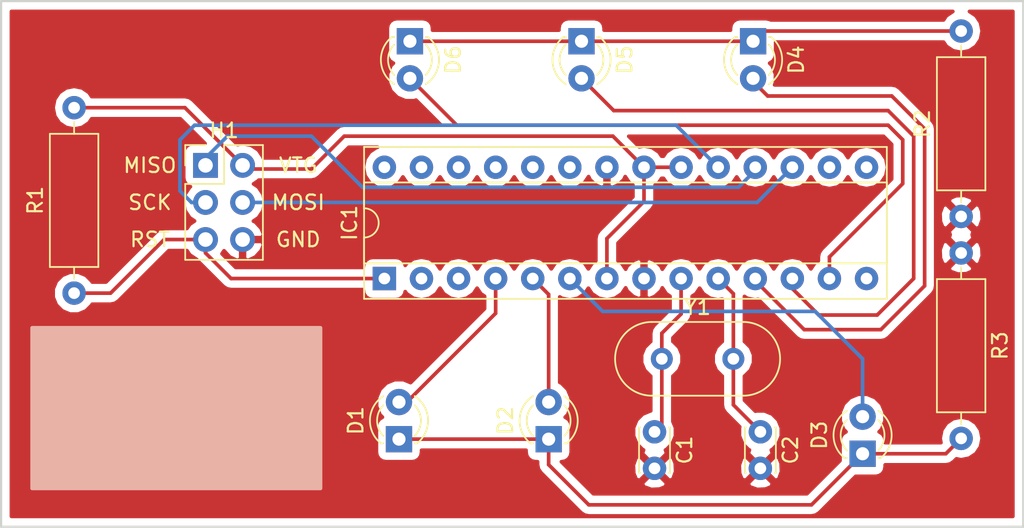
<source format=kicad_pcb>
(kicad_pcb (version 4) (host pcbnew 4.0.6)

  (general
    (links 31)
    (no_connects 1)
    (area 97.174999 65.424999 167.325001 101.575001)
    (thickness 1.6)
    (drawings 6)
    (tracks 84)
    (zones 0)
    (modules 14)
    (nets 28)
  )

  (page A4)
  (layers
    (0 F.Cu signal)
    (31 B.Cu signal)
    (32 B.Adhes user)
    (33 F.Adhes user)
    (34 B.Paste user)
    (35 F.Paste user)
    (36 B.SilkS user)
    (37 F.SilkS user)
    (38 B.Mask user)
    (39 F.Mask user)
    (40 Dwgs.User user)
    (41 Cmts.User user)
    (42 Eco1.User user)
    (43 Eco2.User user)
    (44 Edge.Cuts user)
    (45 Margin user)
    (46 B.CrtYd user)
    (47 F.CrtYd user)
    (48 B.Fab user)
    (49 F.Fab user)
  )

  (setup
    (last_trace_width 0.25)
    (trace_clearance 0.2)
    (zone_clearance 0.508)
    (zone_45_only no)
    (trace_min 0.2)
    (segment_width 0.2)
    (edge_width 0.15)
    (via_size 0.6)
    (via_drill 0.4)
    (via_min_size 0.4)
    (via_min_drill 0.3)
    (uvia_size 0.3)
    (uvia_drill 0.1)
    (uvias_allowed no)
    (uvia_min_size 0.2)
    (uvia_min_drill 0.1)
    (pcb_text_width 0.3)
    (pcb_text_size 1.5 1.5)
    (mod_edge_width 0.15)
    (mod_text_size 1 1)
    (mod_text_width 0.15)
    (pad_size 1.524 1.524)
    (pad_drill 0.762)
    (pad_to_mask_clearance 0.2)
    (aux_axis_origin 0 0)
    (visible_elements FFFFF77F)
    (pcbplotparams
      (layerselection 0x00030_80000001)
      (usegerberextensions false)
      (excludeedgelayer true)
      (linewidth 0.100000)
      (plotframeref false)
      (viasonmask false)
      (mode 1)
      (useauxorigin false)
      (hpglpennumber 1)
      (hpglpenspeed 20)
      (hpglpendiameter 15)
      (hpglpenoverlay 2)
      (psnegative false)
      (psa4output false)
      (plotreference true)
      (plotvalue true)
      (plotinvisibletext false)
      (padsonsilk false)
      (subtractmaskfromsilk false)
      (outputformat 1)
      (mirror false)
      (drillshape 1)
      (scaleselection 1)
      (outputdirectory ""))
  )

  (net 0 "")
  (net 1 "Net-(C1-Pad1)")
  (net 2 GND)
  (net 3 "Net-(C2-Pad1)")
  (net 4 "Net-(D1-Pad1)")
  (net 5 "Net-(D1-Pad2)")
  (net 6 "Net-(D2-Pad2)")
  (net 7 "Net-(D3-Pad2)")
  (net 8 "Net-(D4-Pad1)")
  (net 9 "Net-(D4-Pad2)")
  (net 10 "Net-(D5-Pad2)")
  (net 11 "Net-(D6-Pad2)")
  (net 12 "Net-(H1-Pad1)")
  (net 13 +5V)
  (net 14 "Net-(H1-Pad2)")
  (net 15 "Net-(H1-Pad5)")
  (net 16 "Net-(H1-Pad3)")
  (net 17 "Net-(IC1-Pad15)")
  (net 18 "Net-(IC1-Pad2)")
  (net 19 "Net-(IC1-Pad16)")
  (net 20 "Net-(IC1-Pad3)")
  (net 21 "Net-(IC1-Pad23)")
  (net 22 "Net-(IC1-Pad24)")
  (net 23 "Net-(IC1-Pad25)")
  (net 24 "Net-(IC1-Pad26)")
  (net 25 "Net-(IC1-Pad27)")
  (net 26 "Net-(IC1-Pad14)")
  (net 27 "Net-(IC1-Pad28)")

  (net_class Default "This is the default net class."
    (clearance 0.2)
    (trace_width 0.25)
    (via_dia 0.6)
    (via_drill 0.4)
    (uvia_dia 0.3)
    (uvia_drill 0.1)
    (add_net +5V)
    (add_net GND)
    (add_net "Net-(C1-Pad1)")
    (add_net "Net-(C2-Pad1)")
    (add_net "Net-(D1-Pad1)")
    (add_net "Net-(D1-Pad2)")
    (add_net "Net-(D2-Pad2)")
    (add_net "Net-(D3-Pad2)")
    (add_net "Net-(D4-Pad1)")
    (add_net "Net-(D4-Pad2)")
    (add_net "Net-(D5-Pad2)")
    (add_net "Net-(D6-Pad2)")
    (add_net "Net-(H1-Pad1)")
    (add_net "Net-(H1-Pad2)")
    (add_net "Net-(H1-Pad3)")
    (add_net "Net-(H1-Pad5)")
    (add_net "Net-(IC1-Pad14)")
    (add_net "Net-(IC1-Pad15)")
    (add_net "Net-(IC1-Pad16)")
    (add_net "Net-(IC1-Pad2)")
    (add_net "Net-(IC1-Pad23)")
    (add_net "Net-(IC1-Pad24)")
    (add_net "Net-(IC1-Pad25)")
    (add_net "Net-(IC1-Pad26)")
    (add_net "Net-(IC1-Pad27)")
    (add_net "Net-(IC1-Pad28)")
    (add_net "Net-(IC1-Pad3)")
  )

  (module Capacitors_ThroughHole:C_Disc_D3.0mm_W2.0mm_P2.50mm (layer F.Cu) (tedit 58765D06) (tstamp 58C19F87)
    (at 142 95 270)
    (descr "C, Disc series, Radial, pin pitch=2.50mm, , diameter*width=3*2mm^2, Capacitor")
    (tags "C Disc series Radial pin pitch 2.50mm  diameter 3mm width 2mm Capacitor")
    (path /58C19DAE)
    (fp_text reference C1 (at 1.25 -2.06 270) (layer F.SilkS)
      (effects (font (size 1 1) (thickness 0.15)))
    )
    (fp_text value "22 pF" (at 1.25 2.06 270) (layer F.Fab)
      (effects (font (size 1 1) (thickness 0.15)))
    )
    (fp_line (start -0.25 -1) (end -0.25 1) (layer F.Fab) (width 0.1))
    (fp_line (start -0.25 1) (end 2.75 1) (layer F.Fab) (width 0.1))
    (fp_line (start 2.75 1) (end 2.75 -1) (layer F.Fab) (width 0.1))
    (fp_line (start 2.75 -1) (end -0.25 -1) (layer F.Fab) (width 0.1))
    (fp_line (start -0.31 -1.06) (end 2.81 -1.06) (layer F.SilkS) (width 0.12))
    (fp_line (start -0.31 1.06) (end 2.81 1.06) (layer F.SilkS) (width 0.12))
    (fp_line (start -0.31 -1.06) (end -0.31 -0.996) (layer F.SilkS) (width 0.12))
    (fp_line (start -0.31 0.996) (end -0.31 1.06) (layer F.SilkS) (width 0.12))
    (fp_line (start 2.81 -1.06) (end 2.81 -0.996) (layer F.SilkS) (width 0.12))
    (fp_line (start 2.81 0.996) (end 2.81 1.06) (layer F.SilkS) (width 0.12))
    (fp_line (start -1.05 -1.35) (end -1.05 1.35) (layer F.CrtYd) (width 0.05))
    (fp_line (start -1.05 1.35) (end 3.55 1.35) (layer F.CrtYd) (width 0.05))
    (fp_line (start 3.55 1.35) (end 3.55 -1.35) (layer F.CrtYd) (width 0.05))
    (fp_line (start 3.55 -1.35) (end -1.05 -1.35) (layer F.CrtYd) (width 0.05))
    (pad 1 thru_hole circle (at 0 0 270) (size 1.6 1.6) (drill 0.8) (layers *.Cu *.Mask)
      (net 1 "Net-(C1-Pad1)"))
    (pad 2 thru_hole circle (at 2.5 0 270) (size 1.6 1.6) (drill 0.8) (layers *.Cu *.Mask)
      (net 2 GND))
    (model Capacitors_THT.3dshapes/C_Disc_D3.0mm_W2.0mm_P2.50mm.wrl
      (at (xyz 0 0 0))
      (scale (xyz 0.393701 0.393701 0.393701))
      (rotate (xyz 0 0 0))
    )
  )

  (module Capacitors_ThroughHole:C_Disc_D3.0mm_W2.0mm_P2.50mm (layer F.Cu) (tedit 58765D06) (tstamp 58C19F8D)
    (at 149.25 95 270)
    (descr "C, Disc series, Radial, pin pitch=2.50mm, , diameter*width=3*2mm^2, Capacitor")
    (tags "C Disc series Radial pin pitch 2.50mm  diameter 3mm width 2mm Capacitor")
    (path /58C19E00)
    (fp_text reference C2 (at 1.25 -2.06 270) (layer F.SilkS)
      (effects (font (size 1 1) (thickness 0.15)))
    )
    (fp_text value "22 pF" (at 1.25 2.06 270) (layer F.Fab)
      (effects (font (size 1 1) (thickness 0.15)))
    )
    (fp_line (start -0.25 -1) (end -0.25 1) (layer F.Fab) (width 0.1))
    (fp_line (start -0.25 1) (end 2.75 1) (layer F.Fab) (width 0.1))
    (fp_line (start 2.75 1) (end 2.75 -1) (layer F.Fab) (width 0.1))
    (fp_line (start 2.75 -1) (end -0.25 -1) (layer F.Fab) (width 0.1))
    (fp_line (start -0.31 -1.06) (end 2.81 -1.06) (layer F.SilkS) (width 0.12))
    (fp_line (start -0.31 1.06) (end 2.81 1.06) (layer F.SilkS) (width 0.12))
    (fp_line (start -0.31 -1.06) (end -0.31 -0.996) (layer F.SilkS) (width 0.12))
    (fp_line (start -0.31 0.996) (end -0.31 1.06) (layer F.SilkS) (width 0.12))
    (fp_line (start 2.81 -1.06) (end 2.81 -0.996) (layer F.SilkS) (width 0.12))
    (fp_line (start 2.81 0.996) (end 2.81 1.06) (layer F.SilkS) (width 0.12))
    (fp_line (start -1.05 -1.35) (end -1.05 1.35) (layer F.CrtYd) (width 0.05))
    (fp_line (start -1.05 1.35) (end 3.55 1.35) (layer F.CrtYd) (width 0.05))
    (fp_line (start 3.55 1.35) (end 3.55 -1.35) (layer F.CrtYd) (width 0.05))
    (fp_line (start 3.55 -1.35) (end -1.05 -1.35) (layer F.CrtYd) (width 0.05))
    (pad 1 thru_hole circle (at 0 0 270) (size 1.6 1.6) (drill 0.8) (layers *.Cu *.Mask)
      (net 3 "Net-(C2-Pad1)"))
    (pad 2 thru_hole circle (at 2.5 0 270) (size 1.6 1.6) (drill 0.8) (layers *.Cu *.Mask)
      (net 2 GND))
    (model Capacitors_THT.3dshapes/C_Disc_D3.0mm_W2.0mm_P2.50mm.wrl
      (at (xyz 0 0 0))
      (scale (xyz 0.393701 0.393701 0.393701))
      (rotate (xyz 0 0 0))
    )
  )

  (module LEDs:LED_D3.0mm (layer F.Cu) (tedit 587A3A7B) (tstamp 58C19FA0)
    (at 124.5 95.5 90)
    (descr "LED, diameter 3.0mm, 2 pins")
    (tags "LED diameter 3.0mm 2 pins")
    (path /58C1ABD2)
    (fp_text reference D1 (at 1.27 -2.96 90) (layer F.SilkS)
      (effects (font (size 1 1) (thickness 0.15)))
    )
    (fp_text value LED (at 1.27 2.96 90) (layer F.Fab)
      (effects (font (size 1 1) (thickness 0.15)))
    )
    (fp_arc (start 1.27 0) (end -0.23 -1.16619) (angle 284.3) (layer F.Fab) (width 0.1))
    (fp_arc (start 1.27 0) (end -0.29 -1.235516) (angle 108.8) (layer F.SilkS) (width 0.12))
    (fp_arc (start 1.27 0) (end -0.29 1.235516) (angle -108.8) (layer F.SilkS) (width 0.12))
    (fp_arc (start 1.27 0) (end 0.229039 -1.08) (angle 87.9) (layer F.SilkS) (width 0.12))
    (fp_arc (start 1.27 0) (end 0.229039 1.08) (angle -87.9) (layer F.SilkS) (width 0.12))
    (fp_circle (center 1.27 0) (end 2.77 0) (layer F.Fab) (width 0.1))
    (fp_line (start -0.23 -1.16619) (end -0.23 1.16619) (layer F.Fab) (width 0.1))
    (fp_line (start -0.29 -1.236) (end -0.29 -1.08) (layer F.SilkS) (width 0.12))
    (fp_line (start -0.29 1.08) (end -0.29 1.236) (layer F.SilkS) (width 0.12))
    (fp_line (start -1.15 -2.25) (end -1.15 2.25) (layer F.CrtYd) (width 0.05))
    (fp_line (start -1.15 2.25) (end 3.7 2.25) (layer F.CrtYd) (width 0.05))
    (fp_line (start 3.7 2.25) (end 3.7 -2.25) (layer F.CrtYd) (width 0.05))
    (fp_line (start 3.7 -2.25) (end -1.15 -2.25) (layer F.CrtYd) (width 0.05))
    (pad 1 thru_hole rect (at 0 0 90) (size 1.8 1.8) (drill 0.9) (layers *.Cu *.Mask)
      (net 4 "Net-(D1-Pad1)"))
    (pad 2 thru_hole circle (at 2.54 0 90) (size 1.8 1.8) (drill 0.9) (layers *.Cu *.Mask)
      (net 5 "Net-(D1-Pad2)"))
    (model LEDs.3dshapes/LED_D3.0mm.wrl
      (at (xyz 0 0 0))
      (scale (xyz 0.393701 0.393701 0.393701))
      (rotate (xyz 0 0 0))
    )
  )

  (module LEDs:LED_D3.0mm (layer F.Cu) (tedit 587A3A7B) (tstamp 58C19FB3)
    (at 134.75 95.5 90)
    (descr "LED, diameter 3.0mm, 2 pins")
    (tags "LED diameter 3.0mm 2 pins")
    (path /58C1AC79)
    (fp_text reference D2 (at 1.27 -2.96 90) (layer F.SilkS)
      (effects (font (size 1 1) (thickness 0.15)))
    )
    (fp_text value LED (at 1.27 2.96 90) (layer F.Fab)
      (effects (font (size 1 1) (thickness 0.15)))
    )
    (fp_arc (start 1.27 0) (end -0.23 -1.16619) (angle 284.3) (layer F.Fab) (width 0.1))
    (fp_arc (start 1.27 0) (end -0.29 -1.235516) (angle 108.8) (layer F.SilkS) (width 0.12))
    (fp_arc (start 1.27 0) (end -0.29 1.235516) (angle -108.8) (layer F.SilkS) (width 0.12))
    (fp_arc (start 1.27 0) (end 0.229039 -1.08) (angle 87.9) (layer F.SilkS) (width 0.12))
    (fp_arc (start 1.27 0) (end 0.229039 1.08) (angle -87.9) (layer F.SilkS) (width 0.12))
    (fp_circle (center 1.27 0) (end 2.77 0) (layer F.Fab) (width 0.1))
    (fp_line (start -0.23 -1.16619) (end -0.23 1.16619) (layer F.Fab) (width 0.1))
    (fp_line (start -0.29 -1.236) (end -0.29 -1.08) (layer F.SilkS) (width 0.12))
    (fp_line (start -0.29 1.08) (end -0.29 1.236) (layer F.SilkS) (width 0.12))
    (fp_line (start -1.15 -2.25) (end -1.15 2.25) (layer F.CrtYd) (width 0.05))
    (fp_line (start -1.15 2.25) (end 3.7 2.25) (layer F.CrtYd) (width 0.05))
    (fp_line (start 3.7 2.25) (end 3.7 -2.25) (layer F.CrtYd) (width 0.05))
    (fp_line (start 3.7 -2.25) (end -1.15 -2.25) (layer F.CrtYd) (width 0.05))
    (pad 1 thru_hole rect (at 0 0 90) (size 1.8 1.8) (drill 0.9) (layers *.Cu *.Mask)
      (net 4 "Net-(D1-Pad1)"))
    (pad 2 thru_hole circle (at 2.54 0 90) (size 1.8 1.8) (drill 0.9) (layers *.Cu *.Mask)
      (net 6 "Net-(D2-Pad2)"))
    (model LEDs.3dshapes/LED_D3.0mm.wrl
      (at (xyz 0 0 0))
      (scale (xyz 0.393701 0.393701 0.393701))
      (rotate (xyz 0 0 0))
    )
  )

  (module LEDs:LED_D3.0mm (layer F.Cu) (tedit 587A3A7B) (tstamp 58C19FC6)
    (at 156.25 96.5 90)
    (descr "LED, diameter 3.0mm, 2 pins")
    (tags "LED diameter 3.0mm 2 pins")
    (path /58C1ACB5)
    (fp_text reference D3 (at 1.27 -2.96 90) (layer F.SilkS)
      (effects (font (size 1 1) (thickness 0.15)))
    )
    (fp_text value LED (at 1.27 2.96 90) (layer F.Fab)
      (effects (font (size 1 1) (thickness 0.15)))
    )
    (fp_arc (start 1.27 0) (end -0.23 -1.16619) (angle 284.3) (layer F.Fab) (width 0.1))
    (fp_arc (start 1.27 0) (end -0.29 -1.235516) (angle 108.8) (layer F.SilkS) (width 0.12))
    (fp_arc (start 1.27 0) (end -0.29 1.235516) (angle -108.8) (layer F.SilkS) (width 0.12))
    (fp_arc (start 1.27 0) (end 0.229039 -1.08) (angle 87.9) (layer F.SilkS) (width 0.12))
    (fp_arc (start 1.27 0) (end 0.229039 1.08) (angle -87.9) (layer F.SilkS) (width 0.12))
    (fp_circle (center 1.27 0) (end 2.77 0) (layer F.Fab) (width 0.1))
    (fp_line (start -0.23 -1.16619) (end -0.23 1.16619) (layer F.Fab) (width 0.1))
    (fp_line (start -0.29 -1.236) (end -0.29 -1.08) (layer F.SilkS) (width 0.12))
    (fp_line (start -0.29 1.08) (end -0.29 1.236) (layer F.SilkS) (width 0.12))
    (fp_line (start -1.15 -2.25) (end -1.15 2.25) (layer F.CrtYd) (width 0.05))
    (fp_line (start -1.15 2.25) (end 3.7 2.25) (layer F.CrtYd) (width 0.05))
    (fp_line (start 3.7 2.25) (end 3.7 -2.25) (layer F.CrtYd) (width 0.05))
    (fp_line (start 3.7 -2.25) (end -1.15 -2.25) (layer F.CrtYd) (width 0.05))
    (pad 1 thru_hole rect (at 0 0 90) (size 1.8 1.8) (drill 0.9) (layers *.Cu *.Mask)
      (net 4 "Net-(D1-Pad1)"))
    (pad 2 thru_hole circle (at 2.54 0 90) (size 1.8 1.8) (drill 0.9) (layers *.Cu *.Mask)
      (net 7 "Net-(D3-Pad2)"))
    (model LEDs.3dshapes/LED_D3.0mm.wrl
      (at (xyz 0 0 0))
      (scale (xyz 0.393701 0.393701 0.393701))
      (rotate (xyz 0 0 0))
    )
  )

  (module LEDs:LED_D3.0mm (layer F.Cu) (tedit 587A3A7B) (tstamp 58C19FD9)
    (at 148.75 68.25 270)
    (descr "LED, diameter 3.0mm, 2 pins")
    (tags "LED diameter 3.0mm 2 pins")
    (path /58C1B0B2)
    (fp_text reference D4 (at 1.27 -2.96 270) (layer F.SilkS)
      (effects (font (size 1 1) (thickness 0.15)))
    )
    (fp_text value LED (at 1.27 2.96 270) (layer F.Fab)
      (effects (font (size 1 1) (thickness 0.15)))
    )
    (fp_arc (start 1.27 0) (end -0.23 -1.16619) (angle 284.3) (layer F.Fab) (width 0.1))
    (fp_arc (start 1.27 0) (end -0.29 -1.235516) (angle 108.8) (layer F.SilkS) (width 0.12))
    (fp_arc (start 1.27 0) (end -0.29 1.235516) (angle -108.8) (layer F.SilkS) (width 0.12))
    (fp_arc (start 1.27 0) (end 0.229039 -1.08) (angle 87.9) (layer F.SilkS) (width 0.12))
    (fp_arc (start 1.27 0) (end 0.229039 1.08) (angle -87.9) (layer F.SilkS) (width 0.12))
    (fp_circle (center 1.27 0) (end 2.77 0) (layer F.Fab) (width 0.1))
    (fp_line (start -0.23 -1.16619) (end -0.23 1.16619) (layer F.Fab) (width 0.1))
    (fp_line (start -0.29 -1.236) (end -0.29 -1.08) (layer F.SilkS) (width 0.12))
    (fp_line (start -0.29 1.08) (end -0.29 1.236) (layer F.SilkS) (width 0.12))
    (fp_line (start -1.15 -2.25) (end -1.15 2.25) (layer F.CrtYd) (width 0.05))
    (fp_line (start -1.15 2.25) (end 3.7 2.25) (layer F.CrtYd) (width 0.05))
    (fp_line (start 3.7 2.25) (end 3.7 -2.25) (layer F.CrtYd) (width 0.05))
    (fp_line (start 3.7 -2.25) (end -1.15 -2.25) (layer F.CrtYd) (width 0.05))
    (pad 1 thru_hole rect (at 0 0 270) (size 1.8 1.8) (drill 0.9) (layers *.Cu *.Mask)
      (net 8 "Net-(D4-Pad1)"))
    (pad 2 thru_hole circle (at 2.54 0 270) (size 1.8 1.8) (drill 0.9) (layers *.Cu *.Mask)
      (net 9 "Net-(D4-Pad2)"))
    (model LEDs.3dshapes/LED_D3.0mm.wrl
      (at (xyz 0 0 0))
      (scale (xyz 0.393701 0.393701 0.393701))
      (rotate (xyz 0 0 0))
    )
  )

  (module LEDs:LED_D3.0mm (layer F.Cu) (tedit 587A3A7B) (tstamp 58C19FEC)
    (at 137 68.25 270)
    (descr "LED, diameter 3.0mm, 2 pins")
    (tags "LED diameter 3.0mm 2 pins")
    (path /58C1B0B8)
    (fp_text reference D5 (at 1.27 -2.96 270) (layer F.SilkS)
      (effects (font (size 1 1) (thickness 0.15)))
    )
    (fp_text value LED (at 1.27 2.96 270) (layer F.Fab)
      (effects (font (size 1 1) (thickness 0.15)))
    )
    (fp_arc (start 1.27 0) (end -0.23 -1.16619) (angle 284.3) (layer F.Fab) (width 0.1))
    (fp_arc (start 1.27 0) (end -0.29 -1.235516) (angle 108.8) (layer F.SilkS) (width 0.12))
    (fp_arc (start 1.27 0) (end -0.29 1.235516) (angle -108.8) (layer F.SilkS) (width 0.12))
    (fp_arc (start 1.27 0) (end 0.229039 -1.08) (angle 87.9) (layer F.SilkS) (width 0.12))
    (fp_arc (start 1.27 0) (end 0.229039 1.08) (angle -87.9) (layer F.SilkS) (width 0.12))
    (fp_circle (center 1.27 0) (end 2.77 0) (layer F.Fab) (width 0.1))
    (fp_line (start -0.23 -1.16619) (end -0.23 1.16619) (layer F.Fab) (width 0.1))
    (fp_line (start -0.29 -1.236) (end -0.29 -1.08) (layer F.SilkS) (width 0.12))
    (fp_line (start -0.29 1.08) (end -0.29 1.236) (layer F.SilkS) (width 0.12))
    (fp_line (start -1.15 -2.25) (end -1.15 2.25) (layer F.CrtYd) (width 0.05))
    (fp_line (start -1.15 2.25) (end 3.7 2.25) (layer F.CrtYd) (width 0.05))
    (fp_line (start 3.7 2.25) (end 3.7 -2.25) (layer F.CrtYd) (width 0.05))
    (fp_line (start 3.7 -2.25) (end -1.15 -2.25) (layer F.CrtYd) (width 0.05))
    (pad 1 thru_hole rect (at 0 0 270) (size 1.8 1.8) (drill 0.9) (layers *.Cu *.Mask)
      (net 8 "Net-(D4-Pad1)"))
    (pad 2 thru_hole circle (at 2.54 0 270) (size 1.8 1.8) (drill 0.9) (layers *.Cu *.Mask)
      (net 10 "Net-(D5-Pad2)"))
    (model LEDs.3dshapes/LED_D3.0mm.wrl
      (at (xyz 0 0 0))
      (scale (xyz 0.393701 0.393701 0.393701))
      (rotate (xyz 0 0 0))
    )
  )

  (module LEDs:LED_D3.0mm (layer F.Cu) (tedit 587A3A7B) (tstamp 58C19FFF)
    (at 125.25 68.25 270)
    (descr "LED, diameter 3.0mm, 2 pins")
    (tags "LED diameter 3.0mm 2 pins")
    (path /58C1B0BE)
    (fp_text reference D6 (at 1.27 -2.96 270) (layer F.SilkS)
      (effects (font (size 1 1) (thickness 0.15)))
    )
    (fp_text value LED (at 1.27 2.96 270) (layer F.Fab)
      (effects (font (size 1 1) (thickness 0.15)))
    )
    (fp_arc (start 1.27 0) (end -0.23 -1.16619) (angle 284.3) (layer F.Fab) (width 0.1))
    (fp_arc (start 1.27 0) (end -0.29 -1.235516) (angle 108.8) (layer F.SilkS) (width 0.12))
    (fp_arc (start 1.27 0) (end -0.29 1.235516) (angle -108.8) (layer F.SilkS) (width 0.12))
    (fp_arc (start 1.27 0) (end 0.229039 -1.08) (angle 87.9) (layer F.SilkS) (width 0.12))
    (fp_arc (start 1.27 0) (end 0.229039 1.08) (angle -87.9) (layer F.SilkS) (width 0.12))
    (fp_circle (center 1.27 0) (end 2.77 0) (layer F.Fab) (width 0.1))
    (fp_line (start -0.23 -1.16619) (end -0.23 1.16619) (layer F.Fab) (width 0.1))
    (fp_line (start -0.29 -1.236) (end -0.29 -1.08) (layer F.SilkS) (width 0.12))
    (fp_line (start -0.29 1.08) (end -0.29 1.236) (layer F.SilkS) (width 0.12))
    (fp_line (start -1.15 -2.25) (end -1.15 2.25) (layer F.CrtYd) (width 0.05))
    (fp_line (start -1.15 2.25) (end 3.7 2.25) (layer F.CrtYd) (width 0.05))
    (fp_line (start 3.7 2.25) (end 3.7 -2.25) (layer F.CrtYd) (width 0.05))
    (fp_line (start 3.7 -2.25) (end -1.15 -2.25) (layer F.CrtYd) (width 0.05))
    (pad 1 thru_hole rect (at 0 0 270) (size 1.8 1.8) (drill 0.9) (layers *.Cu *.Mask)
      (net 8 "Net-(D4-Pad1)"))
    (pad 2 thru_hole circle (at 2.54 0 270) (size 1.8 1.8) (drill 0.9) (layers *.Cu *.Mask)
      (net 11 "Net-(D6-Pad2)"))
    (model LEDs.3dshapes/LED_D3.0mm.wrl
      (at (xyz 0 0 0))
      (scale (xyz 0.393701 0.393701 0.393701))
      (rotate (xyz 0 0 0))
    )
  )

  (module ISP6PIN:ISP6PIN (layer F.Cu) (tedit 58C193C1) (tstamp 58C1A009)
    (at 111.25 76.75)
    (descr "Through hole straight pin header, 2x03, 2.54mm pitch, double rows")
    (tags "Through hole pin header THT 2x03 2.54mm double row")
    (path /58C19914)
    (fp_text reference H1 (at 1.27 -2.39) (layer F.SilkS)
      (effects (font (size 1 1) (thickness 0.15)))
    )
    (fp_text value ISP6PIN (at 1.27 7.47) (layer F.Fab)
      (effects (font (size 1 1) (thickness 0.15)))
    )
    (fp_text user GND (at 6.35 5.08) (layer F.SilkS)
      (effects (font (size 1 1) (thickness 0.15)))
    )
    (fp_text user MOSI (at 6.35 2.54) (layer F.SilkS)
      (effects (font (size 1 1) (thickness 0.15)))
    )
    (fp_text user VTG (at 6.35 0) (layer F.SilkS)
      (effects (font (size 1 1) (thickness 0.15)))
    )
    (fp_text user RST (at -3.81 5.08) (layer F.SilkS)
      (effects (font (size 1 1) (thickness 0.15)))
    )
    (fp_text user SCK (at -3.81 2.54) (layer F.SilkS)
      (effects (font (size 1 1) (thickness 0.15)))
    )
    (fp_text user MISO (at -3.81 0) (layer F.SilkS)
      (effects (font (size 1 1) (thickness 0.15)))
    )
    (fp_line (start -1.27 -1.27) (end -1.27 6.35) (layer F.Fab) (width 0.1))
    (fp_line (start -1.27 6.35) (end 3.81 6.35) (layer F.Fab) (width 0.1))
    (fp_line (start 3.81 6.35) (end 3.81 -1.27) (layer F.Fab) (width 0.1))
    (fp_line (start 3.81 -1.27) (end -1.27 -1.27) (layer F.Fab) (width 0.1))
    (fp_line (start -1.39 1.27) (end -1.39 6.47) (layer F.SilkS) (width 0.12))
    (fp_line (start -1.39 6.47) (end 3.93 6.47) (layer F.SilkS) (width 0.12))
    (fp_line (start 3.93 6.47) (end 3.93 -1.39) (layer F.SilkS) (width 0.12))
    (fp_line (start 3.93 -1.39) (end 1.27 -1.39) (layer F.SilkS) (width 0.12))
    (fp_line (start 1.27 -1.39) (end 1.27 1.27) (layer F.SilkS) (width 0.12))
    (fp_line (start 1.27 1.27) (end -1.39 1.27) (layer F.SilkS) (width 0.12))
    (fp_line (start -1.39 0) (end -1.39 -1.39) (layer F.SilkS) (width 0.12))
    (fp_line (start -1.39 -1.39) (end 0 -1.39) (layer F.SilkS) (width 0.12))
    (fp_line (start -1.6 -1.6) (end -1.6 6.6) (layer F.CrtYd) (width 0.05))
    (fp_line (start -1.6 6.6) (end 4.1 6.6) (layer F.CrtYd) (width 0.05))
    (fp_line (start 4.1 6.6) (end 4.1 -1.6) (layer F.CrtYd) (width 0.05))
    (fp_line (start 4.1 -1.6) (end -1.6 -1.6) (layer F.CrtYd) (width 0.05))
    (pad 1 thru_hole rect (at 0 0) (size 1.7 1.7) (drill 1) (layers *.Cu *.Mask)
      (net 12 "Net-(H1-Pad1)"))
    (pad 4 thru_hole oval (at 2.54 0) (size 1.7 1.7) (drill 1) (layers *.Cu *.Mask)
      (net 13 +5V))
    (pad 2 thru_hole oval (at 0 2.54) (size 1.7 1.7) (drill 1) (layers *.Cu *.Mask)
      (net 14 "Net-(H1-Pad2)"))
    (pad 5 thru_hole oval (at 2.54 2.54) (size 1.7 1.7) (drill 1) (layers *.Cu *.Mask)
      (net 15 "Net-(H1-Pad5)"))
    (pad 3 thru_hole oval (at 0 5.08) (size 1.7 1.7) (drill 1) (layers *.Cu *.Mask)
      (net 16 "Net-(H1-Pad3)"))
    (pad 6 thru_hole oval (at 2.54 5.08) (size 1.7 1.7) (drill 1) (layers *.Cu *.Mask)
      (net 2 GND))
    (model Pin_Headers.3dshapes/Pin_Header_Straight_2x03_Pitch2.54mm.wrl
      (at (xyz 0.05 -0.1 0))
      (scale (xyz 1 1 1))
      (rotate (xyz 0 0 90))
    )
  )

  (module Housings_DIP:DIP-28_W7.62mm_Socket (layer F.Cu) (tedit 586281B5) (tstamp 58C1A029)
    (at 123.5 84.5 90)
    (descr "28-lead dip package, row spacing 7.62 mm (300 mils), Socket")
    (tags "DIL DIP PDIP 2.54mm 7.62mm 300mil Socket")
    (path /58C1908F)
    (fp_text reference IC1 (at 3.81 -2.39 90) (layer F.SilkS)
      (effects (font (size 1 1) (thickness 0.15)))
    )
    (fp_text value ATMEGA8-P (at 3.81 35.41 90) (layer F.Fab)
      (effects (font (size 1 1) (thickness 0.15)))
    )
    (fp_arc (start 3.81 -1.39) (end 2.81 -1.39) (angle -180) (layer F.SilkS) (width 0.12))
    (fp_line (start 1.635 -1.27) (end 6.985 -1.27) (layer F.Fab) (width 0.1))
    (fp_line (start 6.985 -1.27) (end 6.985 34.29) (layer F.Fab) (width 0.1))
    (fp_line (start 6.985 34.29) (end 0.635 34.29) (layer F.Fab) (width 0.1))
    (fp_line (start 0.635 34.29) (end 0.635 -0.27) (layer F.Fab) (width 0.1))
    (fp_line (start 0.635 -0.27) (end 1.635 -1.27) (layer F.Fab) (width 0.1))
    (fp_line (start -1.27 -1.27) (end -1.27 34.29) (layer F.Fab) (width 0.1))
    (fp_line (start -1.27 34.29) (end 8.89 34.29) (layer F.Fab) (width 0.1))
    (fp_line (start 8.89 34.29) (end 8.89 -1.27) (layer F.Fab) (width 0.1))
    (fp_line (start 8.89 -1.27) (end -1.27 -1.27) (layer F.Fab) (width 0.1))
    (fp_line (start 2.81 -1.39) (end 1.04 -1.39) (layer F.SilkS) (width 0.12))
    (fp_line (start 1.04 -1.39) (end 1.04 34.41) (layer F.SilkS) (width 0.12))
    (fp_line (start 1.04 34.41) (end 6.58 34.41) (layer F.SilkS) (width 0.12))
    (fp_line (start 6.58 34.41) (end 6.58 -1.39) (layer F.SilkS) (width 0.12))
    (fp_line (start 6.58 -1.39) (end 4.81 -1.39) (layer F.SilkS) (width 0.12))
    (fp_line (start -1.39 -1.39) (end -1.39 34.41) (layer F.SilkS) (width 0.12))
    (fp_line (start -1.39 34.41) (end 9.01 34.41) (layer F.SilkS) (width 0.12))
    (fp_line (start 9.01 34.41) (end 9.01 -1.39) (layer F.SilkS) (width 0.12))
    (fp_line (start 9.01 -1.39) (end -1.39 -1.39) (layer F.SilkS) (width 0.12))
    (fp_line (start -1.7 -1.7) (end -1.7 34.7) (layer F.CrtYd) (width 0.05))
    (fp_line (start -1.7 34.7) (end 9.3 34.7) (layer F.CrtYd) (width 0.05))
    (fp_line (start 9.3 34.7) (end 9.3 -1.7) (layer F.CrtYd) (width 0.05))
    (fp_line (start 9.3 -1.7) (end -1.7 -1.7) (layer F.CrtYd) (width 0.05))
    (pad 1 thru_hole rect (at 0 0 90) (size 1.6 1.6) (drill 0.8) (layers *.Cu *.Mask)
      (net 16 "Net-(H1-Pad3)"))
    (pad 15 thru_hole oval (at 7.62 33.02 90) (size 1.6 1.6) (drill 0.8) (layers *.Cu *.Mask)
      (net 17 "Net-(IC1-Pad15)"))
    (pad 2 thru_hole oval (at 0 2.54 90) (size 1.6 1.6) (drill 0.8) (layers *.Cu *.Mask)
      (net 18 "Net-(IC1-Pad2)"))
    (pad 16 thru_hole oval (at 7.62 30.48 90) (size 1.6 1.6) (drill 0.8) (layers *.Cu *.Mask)
      (net 19 "Net-(IC1-Pad16)"))
    (pad 3 thru_hole oval (at 0 5.08 90) (size 1.6 1.6) (drill 0.8) (layers *.Cu *.Mask)
      (net 20 "Net-(IC1-Pad3)"))
    (pad 17 thru_hole oval (at 7.62 27.94 90) (size 1.6 1.6) (drill 0.8) (layers *.Cu *.Mask)
      (net 15 "Net-(H1-Pad5)"))
    (pad 4 thru_hole oval (at 0 7.62 90) (size 1.6 1.6) (drill 0.8) (layers *.Cu *.Mask)
      (net 5 "Net-(D1-Pad2)"))
    (pad 18 thru_hole oval (at 7.62 25.4 90) (size 1.6 1.6) (drill 0.8) (layers *.Cu *.Mask)
      (net 12 "Net-(H1-Pad1)"))
    (pad 5 thru_hole oval (at 0 10.16 90) (size 1.6 1.6) (drill 0.8) (layers *.Cu *.Mask)
      (net 6 "Net-(D2-Pad2)"))
    (pad 19 thru_hole oval (at 7.62 22.86 90) (size 1.6 1.6) (drill 0.8) (layers *.Cu *.Mask)
      (net 14 "Net-(H1-Pad2)"))
    (pad 6 thru_hole oval (at 0 12.7 90) (size 1.6 1.6) (drill 0.8) (layers *.Cu *.Mask)
      (net 7 "Net-(D3-Pad2)"))
    (pad 20 thru_hole oval (at 7.62 20.32 90) (size 1.6 1.6) (drill 0.8) (layers *.Cu *.Mask)
      (net 13 +5V))
    (pad 7 thru_hole oval (at 0 15.24 90) (size 1.6 1.6) (drill 0.8) (layers *.Cu *.Mask)
      (net 13 +5V))
    (pad 21 thru_hole oval (at 7.62 17.78 90) (size 1.6 1.6) (drill 0.8) (layers *.Cu *.Mask)
      (net 13 +5V))
    (pad 8 thru_hole oval (at 0 17.78 90) (size 1.6 1.6) (drill 0.8) (layers *.Cu *.Mask)
      (net 2 GND))
    (pad 22 thru_hole oval (at 7.62 15.24 90) (size 1.6 1.6) (drill 0.8) (layers *.Cu *.Mask)
      (net 2 GND))
    (pad 9 thru_hole oval (at 0 20.32 90) (size 1.6 1.6) (drill 0.8) (layers *.Cu *.Mask)
      (net 1 "Net-(C1-Pad1)"))
    (pad 23 thru_hole oval (at 7.62 12.7 90) (size 1.6 1.6) (drill 0.8) (layers *.Cu *.Mask)
      (net 21 "Net-(IC1-Pad23)"))
    (pad 10 thru_hole oval (at 0 22.86 90) (size 1.6 1.6) (drill 0.8) (layers *.Cu *.Mask)
      (net 3 "Net-(C2-Pad1)"))
    (pad 24 thru_hole oval (at 7.62 10.16 90) (size 1.6 1.6) (drill 0.8) (layers *.Cu *.Mask)
      (net 22 "Net-(IC1-Pad24)"))
    (pad 11 thru_hole oval (at 0 25.4 90) (size 1.6 1.6) (drill 0.8) (layers *.Cu *.Mask)
      (net 9 "Net-(D4-Pad2)"))
    (pad 25 thru_hole oval (at 7.62 7.62 90) (size 1.6 1.6) (drill 0.8) (layers *.Cu *.Mask)
      (net 23 "Net-(IC1-Pad25)"))
    (pad 12 thru_hole oval (at 0 27.94 90) (size 1.6 1.6) (drill 0.8) (layers *.Cu *.Mask)
      (net 10 "Net-(D5-Pad2)"))
    (pad 26 thru_hole oval (at 7.62 5.08 90) (size 1.6 1.6) (drill 0.8) (layers *.Cu *.Mask)
      (net 24 "Net-(IC1-Pad26)"))
    (pad 13 thru_hole oval (at 0 30.48 90) (size 1.6 1.6) (drill 0.8) (layers *.Cu *.Mask)
      (net 11 "Net-(D6-Pad2)"))
    (pad 27 thru_hole oval (at 7.62 2.54 90) (size 1.6 1.6) (drill 0.8) (layers *.Cu *.Mask)
      (net 25 "Net-(IC1-Pad27)"))
    (pad 14 thru_hole oval (at 0 33.02 90) (size 1.6 1.6) (drill 0.8) (layers *.Cu *.Mask)
      (net 26 "Net-(IC1-Pad14)"))
    (pad 28 thru_hole oval (at 7.62 0 90) (size 1.6 1.6) (drill 0.8) (layers *.Cu *.Mask)
      (net 27 "Net-(IC1-Pad28)"))
    (model Housings_DIP.3dshapes/DIP-28_W7.62mm_Socket.wrl
      (at (xyz 0 0 0))
      (scale (xyz 1 1 1))
      (rotate (xyz 0 0 0))
    )
  )

  (module Resistors_ThroughHole:R_Axial_DIN0309_L9.0mm_D3.2mm_P12.70mm_Horizontal (layer F.Cu) (tedit 5874F706) (tstamp 58C1A02F)
    (at 102.25 85.5 90)
    (descr "Resistor, Axial_DIN0309 series, Axial, Horizontal, pin pitch=12.7mm, 0.5W = 1/2W, length*diameter=9*3.2mm^2, http://cdn-reichelt.de/documents/datenblatt/B400/1_4W%23YAG.pdf")
    (tags "Resistor Axial_DIN0309 series Axial Horizontal pin pitch 12.7mm 0.5W = 1/2W length 9mm diameter 3.2mm")
    (path /58C19AEB)
    (fp_text reference R1 (at 6.35 -2.66 90) (layer F.SilkS)
      (effects (font (size 1 1) (thickness 0.15)))
    )
    (fp_text value 10K (at 6.35 2.66 90) (layer F.Fab)
      (effects (font (size 1 1) (thickness 0.15)))
    )
    (fp_line (start 1.85 -1.6) (end 1.85 1.6) (layer F.Fab) (width 0.1))
    (fp_line (start 1.85 1.6) (end 10.85 1.6) (layer F.Fab) (width 0.1))
    (fp_line (start 10.85 1.6) (end 10.85 -1.6) (layer F.Fab) (width 0.1))
    (fp_line (start 10.85 -1.6) (end 1.85 -1.6) (layer F.Fab) (width 0.1))
    (fp_line (start 0 0) (end 1.85 0) (layer F.Fab) (width 0.1))
    (fp_line (start 12.7 0) (end 10.85 0) (layer F.Fab) (width 0.1))
    (fp_line (start 1.79 -1.66) (end 1.79 1.66) (layer F.SilkS) (width 0.12))
    (fp_line (start 1.79 1.66) (end 10.91 1.66) (layer F.SilkS) (width 0.12))
    (fp_line (start 10.91 1.66) (end 10.91 -1.66) (layer F.SilkS) (width 0.12))
    (fp_line (start 10.91 -1.66) (end 1.79 -1.66) (layer F.SilkS) (width 0.12))
    (fp_line (start 0.98 0) (end 1.79 0) (layer F.SilkS) (width 0.12))
    (fp_line (start 11.72 0) (end 10.91 0) (layer F.SilkS) (width 0.12))
    (fp_line (start -1.05 -1.95) (end -1.05 1.95) (layer F.CrtYd) (width 0.05))
    (fp_line (start -1.05 1.95) (end 13.75 1.95) (layer F.CrtYd) (width 0.05))
    (fp_line (start 13.75 1.95) (end 13.75 -1.95) (layer F.CrtYd) (width 0.05))
    (fp_line (start 13.75 -1.95) (end -1.05 -1.95) (layer F.CrtYd) (width 0.05))
    (pad 1 thru_hole circle (at 0 0 90) (size 1.6 1.6) (drill 0.8) (layers *.Cu *.Mask)
      (net 16 "Net-(H1-Pad3)"))
    (pad 2 thru_hole oval (at 12.7 0 90) (size 1.6 1.6) (drill 0.8) (layers *.Cu *.Mask)
      (net 13 +5V))
    (model Resistors_THT.3dshapes/R_Axial_DIN0309_L9.0mm_D3.2mm_P12.70mm_Horizontal.wrl
      (at (xyz 0 0 0))
      (scale (xyz 0.393701 0.393701 0.393701))
      (rotate (xyz 0 0 0))
    )
  )

  (module Resistors_ThroughHole:R_Axial_DIN0309_L9.0mm_D3.2mm_P12.70mm_Horizontal (layer F.Cu) (tedit 5874F706) (tstamp 58C1A035)
    (at 163 80.25 90)
    (descr "Resistor, Axial_DIN0309 series, Axial, Horizontal, pin pitch=12.7mm, 0.5W = 1/2W, length*diameter=9*3.2mm^2, http://cdn-reichelt.de/documents/datenblatt/B400/1_4W%23YAG.pdf")
    (tags "Resistor Axial_DIN0309 series Axial Horizontal pin pitch 12.7mm 0.5W = 1/2W length 9mm diameter 3.2mm")
    (path /58C1B58E)
    (fp_text reference R2 (at 6.35 -2.66 90) (layer F.SilkS)
      (effects (font (size 1 1) (thickness 0.15)))
    )
    (fp_text value 1K (at 6.35 2.66 90) (layer F.Fab)
      (effects (font (size 1 1) (thickness 0.15)))
    )
    (fp_line (start 1.85 -1.6) (end 1.85 1.6) (layer F.Fab) (width 0.1))
    (fp_line (start 1.85 1.6) (end 10.85 1.6) (layer F.Fab) (width 0.1))
    (fp_line (start 10.85 1.6) (end 10.85 -1.6) (layer F.Fab) (width 0.1))
    (fp_line (start 10.85 -1.6) (end 1.85 -1.6) (layer F.Fab) (width 0.1))
    (fp_line (start 0 0) (end 1.85 0) (layer F.Fab) (width 0.1))
    (fp_line (start 12.7 0) (end 10.85 0) (layer F.Fab) (width 0.1))
    (fp_line (start 1.79 -1.66) (end 1.79 1.66) (layer F.SilkS) (width 0.12))
    (fp_line (start 1.79 1.66) (end 10.91 1.66) (layer F.SilkS) (width 0.12))
    (fp_line (start 10.91 1.66) (end 10.91 -1.66) (layer F.SilkS) (width 0.12))
    (fp_line (start 10.91 -1.66) (end 1.79 -1.66) (layer F.SilkS) (width 0.12))
    (fp_line (start 0.98 0) (end 1.79 0) (layer F.SilkS) (width 0.12))
    (fp_line (start 11.72 0) (end 10.91 0) (layer F.SilkS) (width 0.12))
    (fp_line (start -1.05 -1.95) (end -1.05 1.95) (layer F.CrtYd) (width 0.05))
    (fp_line (start -1.05 1.95) (end 13.75 1.95) (layer F.CrtYd) (width 0.05))
    (fp_line (start 13.75 1.95) (end 13.75 -1.95) (layer F.CrtYd) (width 0.05))
    (fp_line (start 13.75 -1.95) (end -1.05 -1.95) (layer F.CrtYd) (width 0.05))
    (pad 1 thru_hole circle (at 0 0 90) (size 1.6 1.6) (drill 0.8) (layers *.Cu *.Mask)
      (net 2 GND))
    (pad 2 thru_hole oval (at 12.7 0 90) (size 1.6 1.6) (drill 0.8) (layers *.Cu *.Mask)
      (net 8 "Net-(D4-Pad1)"))
    (model Resistors_THT.3dshapes/R_Axial_DIN0309_L9.0mm_D3.2mm_P12.70mm_Horizontal.wrl
      (at (xyz 0 0 0))
      (scale (xyz 0.393701 0.393701 0.393701))
      (rotate (xyz 0 0 0))
    )
  )

  (module Resistors_ThroughHole:R_Axial_DIN0309_L9.0mm_D3.2mm_P12.70mm_Horizontal (layer F.Cu) (tedit 5874F706) (tstamp 58C1A03B)
    (at 163 82.75 270)
    (descr "Resistor, Axial_DIN0309 series, Axial, Horizontal, pin pitch=12.7mm, 0.5W = 1/2W, length*diameter=9*3.2mm^2, http://cdn-reichelt.de/documents/datenblatt/B400/1_4W%23YAG.pdf")
    (tags "Resistor Axial_DIN0309 series Axial Horizontal pin pitch 12.7mm 0.5W = 1/2W length 9mm diameter 3.2mm")
    (path /58C1B557)
    (fp_text reference R3 (at 6.35 -2.66 270) (layer F.SilkS)
      (effects (font (size 1 1) (thickness 0.15)))
    )
    (fp_text value 1K (at 6.35 2.66 270) (layer F.Fab)
      (effects (font (size 1 1) (thickness 0.15)))
    )
    (fp_line (start 1.85 -1.6) (end 1.85 1.6) (layer F.Fab) (width 0.1))
    (fp_line (start 1.85 1.6) (end 10.85 1.6) (layer F.Fab) (width 0.1))
    (fp_line (start 10.85 1.6) (end 10.85 -1.6) (layer F.Fab) (width 0.1))
    (fp_line (start 10.85 -1.6) (end 1.85 -1.6) (layer F.Fab) (width 0.1))
    (fp_line (start 0 0) (end 1.85 0) (layer F.Fab) (width 0.1))
    (fp_line (start 12.7 0) (end 10.85 0) (layer F.Fab) (width 0.1))
    (fp_line (start 1.79 -1.66) (end 1.79 1.66) (layer F.SilkS) (width 0.12))
    (fp_line (start 1.79 1.66) (end 10.91 1.66) (layer F.SilkS) (width 0.12))
    (fp_line (start 10.91 1.66) (end 10.91 -1.66) (layer F.SilkS) (width 0.12))
    (fp_line (start 10.91 -1.66) (end 1.79 -1.66) (layer F.SilkS) (width 0.12))
    (fp_line (start 0.98 0) (end 1.79 0) (layer F.SilkS) (width 0.12))
    (fp_line (start 11.72 0) (end 10.91 0) (layer F.SilkS) (width 0.12))
    (fp_line (start -1.05 -1.95) (end -1.05 1.95) (layer F.CrtYd) (width 0.05))
    (fp_line (start -1.05 1.95) (end 13.75 1.95) (layer F.CrtYd) (width 0.05))
    (fp_line (start 13.75 1.95) (end 13.75 -1.95) (layer F.CrtYd) (width 0.05))
    (fp_line (start 13.75 -1.95) (end -1.05 -1.95) (layer F.CrtYd) (width 0.05))
    (pad 1 thru_hole circle (at 0 0 270) (size 1.6 1.6) (drill 0.8) (layers *.Cu *.Mask)
      (net 2 GND))
    (pad 2 thru_hole oval (at 12.7 0 270) (size 1.6 1.6) (drill 0.8) (layers *.Cu *.Mask)
      (net 4 "Net-(D1-Pad1)"))
    (model Resistors_THT.3dshapes/R_Axial_DIN0309_L9.0mm_D3.2mm_P12.70mm_Horizontal.wrl
      (at (xyz 0 0 0))
      (scale (xyz 0.393701 0.393701 0.393701))
      (rotate (xyz 0 0 0))
    )
  )

  (module Crystals:Crystal_HC18-U_Vertical (layer F.Cu) (tedit 58778B02) (tstamp 58C1A041)
    (at 142.5 90)
    (descr "Crystal THT HC-18/U, http://5hertz.com/pdfs/04404_D.pdf")
    (tags "THT crystalHC-18/U")
    (path /58C19CE0)
    (fp_text reference Y1 (at 2.45 -3.525) (layer F.SilkS)
      (effects (font (size 1 1) (thickness 0.15)))
    )
    (fp_text value "16 MHz" (at 2.45 3.525) (layer F.Fab)
      (effects (font (size 1 1) (thickness 0.15)))
    )
    (fp_arc (start -0.675 0) (end -0.675 -2.325) (angle -180) (layer F.Fab) (width 0.1))
    (fp_arc (start 5.575 0) (end 5.575 -2.325) (angle 180) (layer F.Fab) (width 0.1))
    (fp_arc (start -0.55 0) (end -0.55 -2) (angle -180) (layer F.Fab) (width 0.1))
    (fp_arc (start 5.45 0) (end 5.45 -2) (angle 180) (layer F.Fab) (width 0.1))
    (fp_arc (start -0.675 0) (end -0.675 -2.525) (angle -180) (layer F.SilkS) (width 0.12))
    (fp_arc (start 5.575 0) (end 5.575 -2.525) (angle 180) (layer F.SilkS) (width 0.12))
    (fp_line (start -0.675 -2.325) (end 5.575 -2.325) (layer F.Fab) (width 0.1))
    (fp_line (start -0.675 2.325) (end 5.575 2.325) (layer F.Fab) (width 0.1))
    (fp_line (start -0.55 -2) (end 5.45 -2) (layer F.Fab) (width 0.1))
    (fp_line (start -0.55 2) (end 5.45 2) (layer F.Fab) (width 0.1))
    (fp_line (start -0.675 -2.525) (end 5.575 -2.525) (layer F.SilkS) (width 0.12))
    (fp_line (start -0.675 2.525) (end 5.575 2.525) (layer F.SilkS) (width 0.12))
    (fp_line (start -3.5 -2.8) (end -3.5 2.8) (layer F.CrtYd) (width 0.05))
    (fp_line (start -3.5 2.8) (end 8.4 2.8) (layer F.CrtYd) (width 0.05))
    (fp_line (start 8.4 2.8) (end 8.4 -2.8) (layer F.CrtYd) (width 0.05))
    (fp_line (start 8.4 -2.8) (end -3.5 -2.8) (layer F.CrtYd) (width 0.05))
    (pad 1 thru_hole circle (at 0 0) (size 1.5 1.5) (drill 0.8) (layers *.Cu *.Mask)
      (net 1 "Net-(C1-Pad1)"))
    (pad 2 thru_hole circle (at 4.9 0) (size 1.5 1.5) (drill 0.8) (layers *.Cu *.Mask)
      (net 3 "Net-(C2-Pad1)"))
    (model Crystals.3dshapes/Crystal_HC18-U_Vertical.wrl
      (at (xyz 0 0 0))
      (scale (xyz 0.393701 0.393701 0.393701))
      (rotate (xyz 0 0 0))
    )
  )

  (gr_text RVR87 (at 109.25 93.5) (layer F.SilkS)
    (effects (font (size 3 3) (thickness 0.3)))
  )
  (gr_line (start 98.5 65.5) (end 97.25 65.5) (angle 90) (layer Edge.Cuts) (width 0.15))
  (gr_line (start 97.25 101.5) (end 97.25 65.5) (angle 90) (layer Edge.Cuts) (width 0.15))
  (gr_line (start 167.25 101.5) (end 97.25 101.5) (angle 90) (layer Edge.Cuts) (width 0.15))
  (gr_line (start 167.25 65.5) (end 167.25 101.5) (angle 90) (layer Edge.Cuts) (width 0.15))
  (gr_line (start 98.5 65.5) (end 167.25 65.5) (angle 90) (layer Edge.Cuts) (width 0.15))

  (segment (start 142.5 90) (end 142.5 88.25) (width 0.25) (layer F.Cu) (net 1))
  (segment (start 143.82 86.93) (end 143.82 84.5) (width 0.25) (layer F.Cu) (net 1) (tstamp 58C1A151))
  (segment (start 142.5 88.25) (end 143.82 86.93) (width 0.25) (layer F.Cu) (net 1) (tstamp 58C1A14F))
  (segment (start 142.5 90) (end 142.5 94.5) (width 0.25) (layer F.Cu) (net 1))
  (segment (start 142.5 94.5) (end 142 95) (width 0.25) (layer F.Cu) (net 1) (tstamp 58C1A144))
  (segment (start 147.4 90) (end 147.4 85.54) (width 0.25) (layer F.Cu) (net 3))
  (segment (start 147.4 85.54) (end 146.36 84.5) (width 0.25) (layer F.Cu) (net 3) (tstamp 58C1A14B))
  (segment (start 147.4 90) (end 147.4 93.15) (width 0.25) (layer F.Cu) (net 3))
  (segment (start 147.4 93.15) (end 149.25 95) (width 0.25) (layer F.Cu) (net 3) (tstamp 58C1A147))
  (segment (start 156.25 96.5) (end 161.95 96.5) (width 0.25) (layer F.Cu) (net 4))
  (segment (start 161.95 96.5) (end 163 95.45) (width 0.25) (layer F.Cu) (net 4) (tstamp 58C1A3D4))
  (segment (start 134.75 95.5) (end 134.75 97.25) (width 0.25) (layer F.Cu) (net 4))
  (segment (start 152.75 100) (end 156.25 96.5) (width 0.25) (layer F.Cu) (net 4) (tstamp 58C1A3D0))
  (segment (start 137.5 100) (end 152.75 100) (width 0.25) (layer F.Cu) (net 4) (tstamp 58C1A3CE))
  (segment (start 134.75 97.25) (end 137.5 100) (width 0.25) (layer F.Cu) (net 4) (tstamp 58C1A3CA))
  (segment (start 124.5 95.5) (end 134.75 95.5) (width 0.25) (layer F.Cu) (net 4))
  (segment (start 124.5 92.96) (end 125.04 92.96) (width 0.25) (layer F.Cu) (net 5))
  (segment (start 125.04 92.96) (end 131.12 86.88) (width 0.25) (layer F.Cu) (net 5) (tstamp 58C1A32D))
  (segment (start 131.12 86.88) (end 131.12 84.5) (width 0.25) (layer F.Cu) (net 5) (tstamp 58C1A32F))
  (segment (start 134.75 92.96) (end 134.75 85.59) (width 0.25) (layer F.Cu) (net 6))
  (segment (start 134.75 85.59) (end 133.66 84.5) (width 0.25) (layer F.Cu) (net 6) (tstamp 58C1A333))
  (segment (start 156.25 93.96) (end 156.25 90) (width 0.25) (layer B.Cu) (net 7))
  (segment (start 138.45 86.75) (end 136.2 84.5) (width 0.25) (layer B.Cu) (net 7) (tstamp 58C1A33C))
  (segment (start 153 86.75) (end 138.45 86.75) (width 0.25) (layer B.Cu) (net 7) (tstamp 58C1A339))
  (segment (start 156.25 90) (end 153 86.75) (width 0.25) (layer B.Cu) (net 7) (tstamp 58C1A337))
  (segment (start 137 68.25) (end 125.25 68.25) (width 0.25) (layer F.Cu) (net 8))
  (segment (start 148.75 68.25) (end 137 68.25) (width 0.25) (layer F.Cu) (net 8))
  (segment (start 163 67.55) (end 149.45 67.55) (width 0.25) (layer F.Cu) (net 8))
  (segment (start 149.45 67.55) (end 148.75 68.25) (width 0.25) (layer F.Cu) (net 8) (tstamp 58C1A3D8))
  (segment (start 148.9 84.5) (end 148.9 84.65) (width 0.25) (layer F.Cu) (net 9))
  (segment (start 148.9 84.65) (end 152.25 88) (width 0.25) (layer F.Cu) (net 9) (tstamp 58C1A2ED))
  (segment (start 152.25 88) (end 157.5 88) (width 0.25) (layer F.Cu) (net 9) (tstamp 58C1A2F0))
  (segment (start 157.5 88) (end 160.5 85) (width 0.25) (layer F.Cu) (net 9) (tstamp 58C1A2F3))
  (segment (start 160.5 85) (end 160.5 74.25) (width 0.25) (layer F.Cu) (net 9) (tstamp 58C1A2F6))
  (segment (start 160.5 74.25) (end 158.25 72) (width 0.25) (layer F.Cu) (net 9) (tstamp 58C1A2FA))
  (segment (start 158.25 72) (end 149.75 72) (width 0.25) (layer F.Cu) (net 9) (tstamp 58C1A2FC))
  (segment (start 149.75 72) (end 148.75 71) (width 0.25) (layer F.Cu) (net 9) (tstamp 58C1A300))
  (segment (start 148.75 71) (end 148.75 70.79) (width 0.25) (layer F.Cu) (net 9) (tstamp 58C1A301))
  (segment (start 151.44 84.5) (end 151.44 85.19) (width 0.25) (layer F.Cu) (net 10))
  (segment (start 151.44 85.19) (end 153.25 87) (width 0.25) (layer F.Cu) (net 10) (tstamp 58C1A2DB))
  (segment (start 153.25 87) (end 157.25 87) (width 0.25) (layer F.Cu) (net 10) (tstamp 58C1A2DC))
  (segment (start 157.25 87) (end 159.75 84.5) (width 0.25) (layer F.Cu) (net 10) (tstamp 58C1A2DE))
  (segment (start 159.75 84.5) (end 159.75 74.75) (width 0.25) (layer F.Cu) (net 10) (tstamp 58C1A2E0))
  (segment (start 159.75 74.75) (end 158 73) (width 0.25) (layer F.Cu) (net 10) (tstamp 58C1A2E2))
  (segment (start 158 73) (end 139.21 73) (width 0.25) (layer F.Cu) (net 10) (tstamp 58C1A2E6))
  (segment (start 139.21 73) (end 137 70.79) (width 0.25) (layer F.Cu) (net 10) (tstamp 58C1A2E9))
  (segment (start 153.98 84.5) (end 153.98 83.02) (width 0.25) (layer F.Cu) (net 11))
  (segment (start 128.46 74) (end 125.25 70.79) (width 0.25) (layer F.Cu) (net 11) (tstamp 58C1A2D7))
  (segment (start 158 74) (end 128.46 74) (width 0.25) (layer F.Cu) (net 11) (tstamp 58C1A2D5))
  (segment (start 159 75) (end 158 74) (width 0.25) (layer F.Cu) (net 11) (tstamp 58C1A2D4))
  (segment (start 159 78) (end 159 75) (width 0.25) (layer F.Cu) (net 11) (tstamp 58C1A2D2))
  (segment (start 153.98 83.02) (end 159 78) (width 0.25) (layer F.Cu) (net 11) (tstamp 58C1A2D0))
  (segment (start 148.9 77.1) (end 148.9 76.88) (width 0.25) (layer B.Cu) (net 12) (tstamp 58C1A198))
  (segment (start 147.75 78.25) (end 148.9 77.1) (width 0.25) (layer B.Cu) (net 12) (tstamp 58C1A197))
  (segment (start 122 78.25) (end 147.75 78.25) (width 0.25) (layer B.Cu) (net 12) (tstamp 58C1A195))
  (segment (start 118.5 74.75) (end 122 78.25) (width 0.25) (layer B.Cu) (net 12) (tstamp 58C1A193))
  (segment (start 112.75 74.75) (end 118.5 74.75) (width 0.25) (layer B.Cu) (net 12) (tstamp 58C1A191))
  (segment (start 111.25 76.25) (end 112.75 74.75) (width 0.25) (layer B.Cu) (net 12) (tstamp 58C1A190))
  (segment (start 111.25 76.75) (end 111.25 76.25) (width 0.25) (layer B.Cu) (net 12))
  (segment (start 141.28 76.88) (end 141.28 79.22) (width 0.25) (layer F.Cu) (net 13))
  (segment (start 138.74 81.76) (end 138.74 84.5) (width 0.25) (layer F.Cu) (net 13) (tstamp 58C1A382))
  (segment (start 141.28 79.22) (end 138.74 81.76) (width 0.25) (layer F.Cu) (net 13) (tstamp 58C1A37E))
  (segment (start 102.25 72.8) (end 109.84 72.8) (width 0.25) (layer F.Cu) (net 13))
  (segment (start 109.84 72.8) (end 113.79 76.75) (width 0.25) (layer F.Cu) (net 13) (tstamp 58C1A187))
  (segment (start 114.04 77) (end 118.5 77) (width 0.25) (layer F.Cu) (net 13))
  (segment (start 118.5 77) (end 120.75 74.75) (width 0.25) (layer F.Cu) (net 13) (tstamp 58C1A137))
  (segment (start 120.75 74.75) (end 139.15 74.75) (width 0.25) (layer F.Cu) (net 13) (tstamp 58C1A139))
  (segment (start 139.15 74.75) (end 141.28 76.88) (width 0.25) (layer F.Cu) (net 13) (tstamp 58C1A13B))
  (segment (start 114.04 77) (end 113.79 76.75) (width 0.25) (layer F.Cu) (net 13) (tstamp 58C1A161))
  (segment (start 141.28 76.88) (end 143.82 76.88) (width 0.25) (layer F.Cu) (net 13))
  (segment (start 111.25 79.29) (end 110.29 79.29) (width 0.25) (layer B.Cu) (net 14))
  (segment (start 143.48 74) (end 146.36 76.88) (width 0.25) (layer B.Cu) (net 14) (tstamp 58C1A1AC))
  (segment (start 110.5 74) (end 143.48 74) (width 0.25) (layer B.Cu) (net 14) (tstamp 58C1A1AA))
  (segment (start 109.5 75) (end 110.5 74) (width 0.25) (layer B.Cu) (net 14) (tstamp 58C1A1A9))
  (segment (start 109.5 78.5) (end 109.5 75) (width 0.25) (layer B.Cu) (net 14) (tstamp 58C1A1A8))
  (segment (start 110.29 79.29) (end 109.5 78.5) (width 0.25) (layer B.Cu) (net 14) (tstamp 58C1A1A7))
  (segment (start 149.03 79.29) (end 151.44 76.88) (width 0.25) (layer B.Cu) (net 15) (tstamp 58C1A19B))
  (segment (start 113.79 79.29) (end 149.03 79.29) (width 0.25) (layer B.Cu) (net 15))
  (segment (start 111.25 81.83) (end 108.42 81.83) (width 0.25) (layer F.Cu) (net 16))
  (segment (start 104.75 85.5) (end 102.25 85.5) (width 0.25) (layer F.Cu) (net 16) (tstamp 58C1A183))
  (segment (start 108.42 81.83) (end 104.75 85.5) (width 0.25) (layer F.Cu) (net 16) (tstamp 58C1A181))
  (segment (start 111.25 81.83) (end 111.25 82.75) (width 0.25) (layer F.Cu) (net 16))
  (segment (start 113 84.5) (end 123.5 84.5) (width 0.25) (layer F.Cu) (net 16) (tstamp 58C1A165))
  (segment (start 111.25 82.75) (end 113 84.5) (width 0.25) (layer F.Cu) (net 16) (tstamp 58C1A164))

  (zone (net 2) (net_name GND) (layer F.Cu) (tstamp 58C1A451) (hatch edge 0.508)
    (connect_pads (clearance 0.508))
    (min_thickness 0.254)
    (fill yes (arc_segments 16) (thermal_gap 0.508) (thermal_bridge_width 0.508))
    (polygon
      (pts
        (xy 167.25 101.5) (xy 97.25 101.5) (xy 97.25 65.5) (xy 167.25 65.5)
      )
    )
    (filled_polygon
      (pts
        (xy 161.985302 66.507189) (xy 161.796333 66.79) (xy 149.955209 66.79) (xy 149.90189 66.753569) (xy 149.65 66.70256)
        (xy 147.85 66.70256) (xy 147.614683 66.746838) (xy 147.398559 66.88591) (xy 147.253569 67.09811) (xy 147.20256 67.35)
        (xy 147.20256 67.49) (xy 138.54744 67.49) (xy 138.54744 67.35) (xy 138.503162 67.114683) (xy 138.36409 66.898559)
        (xy 138.15189 66.753569) (xy 137.9 66.70256) (xy 136.1 66.70256) (xy 135.864683 66.746838) (xy 135.648559 66.88591)
        (xy 135.503569 67.09811) (xy 135.45256 67.35) (xy 135.45256 67.49) (xy 126.79744 67.49) (xy 126.79744 67.35)
        (xy 126.753162 67.114683) (xy 126.61409 66.898559) (xy 126.40189 66.753569) (xy 126.15 66.70256) (xy 124.35 66.70256)
        (xy 124.114683 66.746838) (xy 123.898559 66.88591) (xy 123.753569 67.09811) (xy 123.70256 67.35) (xy 123.70256 69.15)
        (xy 123.746838 69.385317) (xy 123.88591 69.601441) (xy 124.09811 69.746431) (xy 124.118534 69.750567) (xy 123.949449 69.919357)
        (xy 123.715267 70.48333) (xy 123.714735 71.093991) (xy 123.947932 71.658371) (xy 124.379357 72.090551) (xy 124.94333 72.324733)
        (xy 125.553991 72.325265) (xy 125.664713 72.279515) (xy 127.375198 73.99) (xy 120.75 73.99) (xy 120.459161 74.047852)
        (xy 120.212599 74.212599) (xy 118.185198 76.24) (xy 115.202648 76.24) (xy 115.191054 76.181715) (xy 114.869147 75.699946)
        (xy 114.387378 75.378039) (xy 113.819093 75.265) (xy 113.760907 75.265) (xy 113.443031 75.328229) (xy 110.377401 72.262599)
        (xy 110.130839 72.097852) (xy 109.84 72.04) (xy 103.453667 72.04) (xy 103.264698 71.757189) (xy 102.799151 71.44612)
        (xy 102.25 71.336887) (xy 101.700849 71.44612) (xy 101.235302 71.757189) (xy 100.924233 72.222736) (xy 100.815 72.771887)
        (xy 100.815 72.828113) (xy 100.924233 73.377264) (xy 101.235302 73.842811) (xy 101.700849 74.15388) (xy 102.25 74.263113)
        (xy 102.799151 74.15388) (xy 103.264698 73.842811) (xy 103.453667 73.56) (xy 109.525198 73.56) (xy 111.217758 75.25256)
        (xy 110.4 75.25256) (xy 110.164683 75.296838) (xy 109.948559 75.43591) (xy 109.803569 75.64811) (xy 109.75256 75.9)
        (xy 109.75256 77.6) (xy 109.796838 77.835317) (xy 109.93591 78.051441) (xy 110.14811 78.196431) (xy 110.215541 78.210086)
        (xy 110.170853 78.239946) (xy 109.848946 78.721715) (xy 109.735907 79.29) (xy 109.848946 79.858285) (xy 110.170853 80.340054)
        (xy 110.500026 80.56) (xy 110.170853 80.779946) (xy 109.977046 81.07) (xy 108.42 81.07) (xy 108.129161 81.127852)
        (xy 107.882599 81.292599) (xy 104.435198 84.74) (xy 103.488646 84.74) (xy 103.467243 84.6882) (xy 103.063923 84.284176)
        (xy 102.536691 84.06525) (xy 101.965813 84.064752) (xy 101.4382 84.282757) (xy 101.034176 84.686077) (xy 100.81525 85.213309)
        (xy 100.814752 85.784187) (xy 101.032757 86.3118) (xy 101.436077 86.715824) (xy 101.963309 86.93475) (xy 102.534187 86.935248)
        (xy 103.0618 86.717243) (xy 103.465824 86.313923) (xy 103.488215 86.26) (xy 104.75 86.26) (xy 105.040839 86.202148)
        (xy 105.287401 86.037401) (xy 108.734802 82.59) (xy 109.977046 82.59) (xy 110.170853 82.880054) (xy 110.652622 83.201961)
        (xy 110.655953 83.202624) (xy 110.712599 83.287401) (xy 112.462599 85.037401) (xy 112.709161 85.202148) (xy 113 85.26)
        (xy 122.05256 85.26) (xy 122.05256 85.3) (xy 122.096838 85.535317) (xy 122.23591 85.751441) (xy 122.44811 85.896431)
        (xy 122.7 85.94744) (xy 124.3 85.94744) (xy 124.535317 85.903162) (xy 124.751441 85.76409) (xy 124.896431 85.55189)
        (xy 124.927815 85.396911) (xy 125.025302 85.542811) (xy 125.490849 85.85388) (xy 126.04 85.963113) (xy 126.589151 85.85388)
        (xy 127.054698 85.542811) (xy 127.31 85.160725) (xy 127.565302 85.542811) (xy 128.030849 85.85388) (xy 128.58 85.963113)
        (xy 129.129151 85.85388) (xy 129.594698 85.542811) (xy 129.85 85.160725) (xy 130.105302 85.542811) (xy 130.36 85.712995)
        (xy 130.36 86.565198) (xy 125.296525 91.628673) (xy 124.80667 91.425267) (xy 124.196009 91.424735) (xy 123.631629 91.657932)
        (xy 123.199449 92.089357) (xy 122.965267 92.65333) (xy 122.964735 93.263991) (xy 123.197932 93.828371) (xy 123.36588 93.996613)
        (xy 123.364683 93.996838) (xy 123.148559 94.13591) (xy 123.003569 94.34811) (xy 122.95256 94.6) (xy 122.95256 96.4)
        (xy 122.996838 96.635317) (xy 123.13591 96.851441) (xy 123.34811 96.996431) (xy 123.6 97.04744) (xy 125.4 97.04744)
        (xy 125.635317 97.003162) (xy 125.851441 96.86409) (xy 125.996431 96.65189) (xy 126.04744 96.4) (xy 126.04744 96.26)
        (xy 133.20256 96.26) (xy 133.20256 96.4) (xy 133.246838 96.635317) (xy 133.38591 96.851441) (xy 133.59811 96.996431)
        (xy 133.85 97.04744) (xy 133.99 97.04744) (xy 133.99 97.25) (xy 134.047852 97.540839) (xy 134.212599 97.787401)
        (xy 136.962599 100.537401) (xy 137.20916 100.702148) (xy 137.5 100.76) (xy 152.75 100.76) (xy 153.040839 100.702148)
        (xy 153.287401 100.537401) (xy 155.777362 98.04744) (xy 157.15 98.04744) (xy 157.385317 98.003162) (xy 157.601441 97.86409)
        (xy 157.746431 97.65189) (xy 157.79744 97.4) (xy 157.79744 97.26) (xy 161.95 97.26) (xy 162.240839 97.202148)
        (xy 162.487401 97.037401) (xy 162.676114 96.848688) (xy 163 96.913113) (xy 163.549151 96.80388) (xy 164.014698 96.492811)
        (xy 164.325767 96.027264) (xy 164.435 95.478113) (xy 164.435 95.421887) (xy 164.325767 94.872736) (xy 164.014698 94.407189)
        (xy 163.549151 94.09612) (xy 163 93.986887) (xy 162.450849 94.09612) (xy 161.985302 94.407189) (xy 161.674233 94.872736)
        (xy 161.565 95.421887) (xy 161.565 95.478113) (xy 161.617093 95.74) (xy 157.79744 95.74) (xy 157.79744 95.6)
        (xy 157.753162 95.364683) (xy 157.61409 95.148559) (xy 157.40189 95.003569) (xy 157.381466 94.999433) (xy 157.550551 94.830643)
        (xy 157.784733 94.26667) (xy 157.785265 93.656009) (xy 157.552068 93.091629) (xy 157.120643 92.659449) (xy 156.55667 92.425267)
        (xy 155.946009 92.424735) (xy 155.381629 92.657932) (xy 154.949449 93.089357) (xy 154.715267 93.65333) (xy 154.714735 94.263991)
        (xy 154.947932 94.828371) (xy 155.11588 94.996613) (xy 155.114683 94.996838) (xy 154.898559 95.13591) (xy 154.753569 95.34811)
        (xy 154.70256 95.6) (xy 154.70256 96.972638) (xy 152.435198 99.24) (xy 137.814802 99.24) (xy 137.082547 98.507745)
        (xy 141.171861 98.507745) (xy 141.245995 98.753864) (xy 141.783223 98.946965) (xy 142.353454 98.919778) (xy 142.754005 98.753864)
        (xy 142.828139 98.507745) (xy 148.421861 98.507745) (xy 148.495995 98.753864) (xy 149.033223 98.946965) (xy 149.603454 98.919778)
        (xy 150.004005 98.753864) (xy 150.078139 98.507745) (xy 149.25 97.679605) (xy 148.421861 98.507745) (xy 142.828139 98.507745)
        (xy 142 97.679605) (xy 141.171861 98.507745) (xy 137.082547 98.507745) (xy 135.858025 97.283223) (xy 140.553035 97.283223)
        (xy 140.580222 97.853454) (xy 140.746136 98.254005) (xy 140.992255 98.328139) (xy 141.820395 97.5) (xy 142.179605 97.5)
        (xy 143.007745 98.328139) (xy 143.253864 98.254005) (xy 143.446965 97.716777) (xy 143.426295 97.283223) (xy 147.803035 97.283223)
        (xy 147.830222 97.853454) (xy 147.996136 98.254005) (xy 148.242255 98.328139) (xy 149.070395 97.5) (xy 149.429605 97.5)
        (xy 150.257745 98.328139) (xy 150.503864 98.254005) (xy 150.696965 97.716777) (xy 150.669778 97.146546) (xy 150.503864 96.745995)
        (xy 150.257745 96.671861) (xy 149.429605 97.5) (xy 149.070395 97.5) (xy 148.242255 96.671861) (xy 147.996136 96.745995)
        (xy 147.803035 97.283223) (xy 143.426295 97.283223) (xy 143.419778 97.146546) (xy 143.253864 96.745995) (xy 143.007745 96.671861)
        (xy 142.179605 97.5) (xy 141.820395 97.5) (xy 140.992255 96.671861) (xy 140.746136 96.745995) (xy 140.553035 97.283223)
        (xy 135.858025 97.283223) (xy 135.622242 97.04744) (xy 135.65 97.04744) (xy 135.885317 97.003162) (xy 136.101441 96.86409)
        (xy 136.246431 96.65189) (xy 136.29744 96.4) (xy 136.29744 94.6) (xy 136.253162 94.364683) (xy 136.11409 94.148559)
        (xy 135.90189 94.003569) (xy 135.881466 93.999433) (xy 136.050551 93.830643) (xy 136.284733 93.26667) (xy 136.285265 92.656009)
        (xy 136.052068 92.091629) (xy 135.620643 91.659449) (xy 135.51 91.613506) (xy 135.51 85.759768) (xy 135.650849 85.85388)
        (xy 136.2 85.963113) (xy 136.749151 85.85388) (xy 137.214698 85.542811) (xy 137.47 85.160725) (xy 137.725302 85.542811)
        (xy 138.190849 85.85388) (xy 138.74 85.963113) (xy 139.289151 85.85388) (xy 139.754698 85.542811) (xy 140.024986 85.138297)
        (xy 140.127611 85.355134) (xy 140.542577 85.731041) (xy 140.930961 85.891904) (xy 141.153 85.769915) (xy 141.153 84.627)
        (xy 141.133 84.627) (xy 141.133 84.373) (xy 141.153 84.373) (xy 141.153 83.230085) (xy 140.930961 83.108096)
        (xy 140.542577 83.268959) (xy 140.127611 83.644866) (xy 140.024986 83.861703) (xy 139.754698 83.457189) (xy 139.5 83.287005)
        (xy 139.5 82.074802) (xy 141.817401 79.757401) (xy 141.982148 79.51084) (xy 141.999847 79.421861) (xy 142.04 79.22)
        (xy 142.04 78.092995) (xy 142.294698 77.922811) (xy 142.483667 77.64) (xy 142.616333 77.64) (xy 142.805302 77.922811)
        (xy 143.270849 78.23388) (xy 143.82 78.343113) (xy 144.369151 78.23388) (xy 144.834698 77.922811) (xy 145.09 77.540725)
        (xy 145.345302 77.922811) (xy 145.810849 78.23388) (xy 146.36 78.343113) (xy 146.909151 78.23388) (xy 147.374698 77.922811)
        (xy 147.63 77.540725) (xy 147.885302 77.922811) (xy 148.350849 78.23388) (xy 148.9 78.343113) (xy 149.449151 78.23388)
        (xy 149.914698 77.922811) (xy 150.17 77.540725) (xy 150.425302 77.922811) (xy 150.890849 78.23388) (xy 151.44 78.343113)
        (xy 151.989151 78.23388) (xy 152.454698 77.922811) (xy 152.71 77.540725) (xy 152.965302 77.922811) (xy 153.430849 78.23388)
        (xy 153.98 78.343113) (xy 154.529151 78.23388) (xy 154.994698 77.922811) (xy 155.25 77.540725) (xy 155.505302 77.922811)
        (xy 155.970849 78.23388) (xy 156.52 78.343113) (xy 157.069151 78.23388) (xy 157.534698 77.922811) (xy 157.845767 77.457264)
        (xy 157.955 76.908113) (xy 157.955 76.851887) (xy 157.845767 76.302736) (xy 157.534698 75.837189) (xy 157.069151 75.52612)
        (xy 156.52 75.416887) (xy 155.970849 75.52612) (xy 155.505302 75.837189) (xy 155.25 76.219275) (xy 154.994698 75.837189)
        (xy 154.529151 75.52612) (xy 153.98 75.416887) (xy 153.430849 75.52612) (xy 152.965302 75.837189) (xy 152.71 76.219275)
        (xy 152.454698 75.837189) (xy 151.989151 75.52612) (xy 151.44 75.416887) (xy 150.890849 75.52612) (xy 150.425302 75.837189)
        (xy 150.17 76.219275) (xy 149.914698 75.837189) (xy 149.449151 75.52612) (xy 148.9 75.416887) (xy 148.350849 75.52612)
        (xy 147.885302 75.837189) (xy 147.63 76.219275) (xy 147.374698 75.837189) (xy 146.909151 75.52612) (xy 146.36 75.416887)
        (xy 145.810849 75.52612) (xy 145.345302 75.837189) (xy 145.09 76.219275) (xy 144.834698 75.837189) (xy 144.369151 75.52612)
        (xy 143.82 75.416887) (xy 143.270849 75.52612) (xy 142.805302 75.837189) (xy 142.616333 76.12) (xy 142.483667 76.12)
        (xy 142.294698 75.837189) (xy 141.829151 75.52612) (xy 141.28 75.416887) (xy 140.956114 75.481312) (xy 140.234802 74.76)
        (xy 157.685198 74.76) (xy 158.24 75.314802) (xy 158.24 77.685198) (xy 153.442599 82.482599) (xy 153.277852 82.729161)
        (xy 153.22 83.02) (xy 153.22 83.287005) (xy 152.965302 83.457189) (xy 152.71 83.839275) (xy 152.454698 83.457189)
        (xy 151.989151 83.14612) (xy 151.44 83.036887) (xy 150.890849 83.14612) (xy 150.425302 83.457189) (xy 150.17 83.839275)
        (xy 149.914698 83.457189) (xy 149.449151 83.14612) (xy 148.9 83.036887) (xy 148.350849 83.14612) (xy 147.885302 83.457189)
        (xy 147.63 83.839275) (xy 147.374698 83.457189) (xy 146.909151 83.14612) (xy 146.36 83.036887) (xy 145.810849 83.14612)
        (xy 145.345302 83.457189) (xy 145.09 83.839275) (xy 144.834698 83.457189) (xy 144.369151 83.14612) (xy 143.82 83.036887)
        (xy 143.270849 83.14612) (xy 142.805302 83.457189) (xy 142.535014 83.861703) (xy 142.432389 83.644866) (xy 142.017423 83.268959)
        (xy 141.629039 83.108096) (xy 141.407 83.230085) (xy 141.407 84.373) (xy 141.427 84.373) (xy 141.427 84.627)
        (xy 141.407 84.627) (xy 141.407 85.769915) (xy 141.629039 85.891904) (xy 142.017423 85.731041) (xy 142.432389 85.355134)
        (xy 142.535014 85.138297) (xy 142.805302 85.542811) (xy 143.06 85.712995) (xy 143.06 86.615198) (xy 141.962599 87.712599)
        (xy 141.797852 87.959161) (xy 141.74 88.25) (xy 141.74 88.815453) (xy 141.716485 88.825169) (xy 141.326539 89.214436)
        (xy 141.115241 89.723298) (xy 141.11476 90.274285) (xy 141.325169 90.783515) (xy 141.714436 91.173461) (xy 141.74 91.184076)
        (xy 141.74 93.564773) (xy 141.715813 93.564752) (xy 141.1882 93.782757) (xy 140.784176 94.186077) (xy 140.56525 94.713309)
        (xy 140.564752 95.284187) (xy 140.782757 95.8118) (xy 141.186077 96.215824) (xy 141.252544 96.243423) (xy 141.245995 96.246136)
        (xy 141.171861 96.492255) (xy 142 97.320395) (xy 142.828139 96.492255) (xy 142.754005 96.246136) (xy 142.747517 96.243804)
        (xy 142.8118 96.217243) (xy 143.215824 95.813923) (xy 143.43475 95.286691) (xy 143.435248 94.715813) (xy 143.26 94.29168)
        (xy 143.26 91.184547) (xy 143.283515 91.174831) (xy 143.673461 90.785564) (xy 143.884759 90.276702) (xy 143.88524 89.725715)
        (xy 143.674831 89.216485) (xy 143.285564 88.826539) (xy 143.26 88.815924) (xy 143.26 88.564802) (xy 144.357401 87.467401)
        (xy 144.522148 87.220839) (xy 144.58 86.93) (xy 144.58 85.712995) (xy 144.834698 85.542811) (xy 145.09 85.160725)
        (xy 145.345302 85.542811) (xy 145.810849 85.85388) (xy 146.36 85.963113) (xy 146.64 85.907417) (xy 146.64 88.815453)
        (xy 146.616485 88.825169) (xy 146.226539 89.214436) (xy 146.015241 89.723298) (xy 146.01476 90.274285) (xy 146.225169 90.783515)
        (xy 146.614436 91.173461) (xy 146.64 91.184076) (xy 146.64 93.15) (xy 146.697852 93.440839) (xy 146.862599 93.687401)
        (xy 147.836744 94.661546) (xy 147.81525 94.713309) (xy 147.814752 95.284187) (xy 148.032757 95.8118) (xy 148.436077 96.215824)
        (xy 148.502544 96.243423) (xy 148.495995 96.246136) (xy 148.421861 96.492255) (xy 149.25 97.320395) (xy 150.078139 96.492255)
        (xy 150.004005 96.246136) (xy 149.997517 96.243804) (xy 150.0618 96.217243) (xy 150.465824 95.813923) (xy 150.68475 95.286691)
        (xy 150.685248 94.715813) (xy 150.467243 94.1882) (xy 150.063923 93.784176) (xy 149.536691 93.56525) (xy 148.965813 93.564752)
        (xy 148.911851 93.587049) (xy 148.16 92.835198) (xy 148.16 91.184547) (xy 148.183515 91.174831) (xy 148.573461 90.785564)
        (xy 148.784759 90.276702) (xy 148.78524 89.725715) (xy 148.574831 89.216485) (xy 148.185564 88.826539) (xy 148.16 88.815924)
        (xy 148.16 85.726359) (xy 148.350849 85.85388) (xy 148.9 85.963113) (xy 149.098773 85.923575) (xy 151.712599 88.537401)
        (xy 151.95916 88.702148) (xy 152.007414 88.711746) (xy 152.25 88.76) (xy 157.5 88.76) (xy 157.790839 88.702148)
        (xy 158.037401 88.537401) (xy 161.037401 85.537401) (xy 161.202148 85.290839) (xy 161.26 85) (xy 161.26 83.757745)
        (xy 162.171861 83.757745) (xy 162.245995 84.003864) (xy 162.783223 84.196965) (xy 163.353454 84.169778) (xy 163.754005 84.003864)
        (xy 163.828139 83.757745) (xy 163 82.929605) (xy 162.171861 83.757745) (xy 161.26 83.757745) (xy 161.26 82.533223)
        (xy 161.553035 82.533223) (xy 161.580222 83.103454) (xy 161.746136 83.504005) (xy 161.992255 83.578139) (xy 162.820395 82.75)
        (xy 163.179605 82.75) (xy 164.007745 83.578139) (xy 164.253864 83.504005) (xy 164.446965 82.966777) (xy 164.419778 82.396546)
        (xy 164.253864 81.995995) (xy 164.007745 81.921861) (xy 163.179605 82.75) (xy 162.820395 82.75) (xy 161.992255 81.921861)
        (xy 161.746136 81.995995) (xy 161.553035 82.533223) (xy 161.26 82.533223) (xy 161.26 81.257745) (xy 162.171861 81.257745)
        (xy 162.244831 81.5) (xy 162.171861 81.742255) (xy 163 82.570395) (xy 163.828139 81.742255) (xy 163.755169 81.5)
        (xy 163.828139 81.257745) (xy 163 80.429605) (xy 162.171861 81.257745) (xy 161.26 81.257745) (xy 161.26 80.033223)
        (xy 161.553035 80.033223) (xy 161.580222 80.603454) (xy 161.746136 81.004005) (xy 161.992255 81.078139) (xy 162.820395 80.25)
        (xy 163.179605 80.25) (xy 164.007745 81.078139) (xy 164.253864 81.004005) (xy 164.446965 80.466777) (xy 164.419778 79.896546)
        (xy 164.253864 79.495995) (xy 164.007745 79.421861) (xy 163.179605 80.25) (xy 162.820395 80.25) (xy 161.992255 79.421861)
        (xy 161.746136 79.495995) (xy 161.553035 80.033223) (xy 161.26 80.033223) (xy 161.26 79.242255) (xy 162.171861 79.242255)
        (xy 163 80.070395) (xy 163.828139 79.242255) (xy 163.754005 78.996136) (xy 163.216777 78.803035) (xy 162.646546 78.830222)
        (xy 162.245995 78.996136) (xy 162.171861 79.242255) (xy 161.26 79.242255) (xy 161.26 74.25) (xy 161.202148 73.959161)
        (xy 161.037401 73.712599) (xy 158.787401 71.462599) (xy 158.540839 71.297852) (xy 158.25 71.24) (xy 150.225217 71.24)
        (xy 150.284733 71.09667) (xy 150.285265 70.486009) (xy 150.052068 69.921629) (xy 149.88412 69.753387) (xy 149.885317 69.753162)
        (xy 150.101441 69.61409) (xy 150.246431 69.40189) (xy 150.29744 69.15) (xy 150.29744 68.31) (xy 161.796333 68.31)
        (xy 161.985302 68.592811) (xy 162.450849 68.90388) (xy 163 69.013113) (xy 163.549151 68.90388) (xy 164.014698 68.592811)
        (xy 164.325767 68.127264) (xy 164.435 67.578113) (xy 164.435 67.521887) (xy 164.325767 66.972736) (xy 164.014698 66.507189)
        (xy 163.569924 66.21) (xy 166.54 66.21) (xy 166.54 100.79) (xy 97.96 100.79) (xy 97.96 66.21)
        (xy 162.430076 66.21)
      )
    )
    (filled_polygon
      (pts
        (xy 122.950849 75.52612) (xy 122.485302 75.837189) (xy 122.174233 76.302736) (xy 122.065 76.851887) (xy 122.065 76.908113)
        (xy 122.174233 77.457264) (xy 122.485302 77.922811) (xy 122.950849 78.23388) (xy 123.5 78.343113) (xy 124.049151 78.23388)
        (xy 124.514698 77.922811) (xy 124.77 77.540725) (xy 125.025302 77.922811) (xy 125.490849 78.23388) (xy 126.04 78.343113)
        (xy 126.589151 78.23388) (xy 127.054698 77.922811) (xy 127.31 77.540725) (xy 127.565302 77.922811) (xy 128.030849 78.23388)
        (xy 128.58 78.343113) (xy 129.129151 78.23388) (xy 129.594698 77.922811) (xy 129.85 77.540725) (xy 130.105302 77.922811)
        (xy 130.570849 78.23388) (xy 131.12 78.343113) (xy 131.669151 78.23388) (xy 132.134698 77.922811) (xy 132.39 77.540725)
        (xy 132.645302 77.922811) (xy 133.110849 78.23388) (xy 133.66 78.343113) (xy 134.209151 78.23388) (xy 134.674698 77.922811)
        (xy 134.93 77.540725) (xy 135.185302 77.922811) (xy 135.650849 78.23388) (xy 136.2 78.343113) (xy 136.749151 78.23388)
        (xy 137.214698 77.922811) (xy 137.484986 77.518297) (xy 137.587611 77.735134) (xy 138.002577 78.111041) (xy 138.390961 78.271904)
        (xy 138.613 78.149915) (xy 138.613 77.007) (xy 138.593 77.007) (xy 138.593 76.753) (xy 138.613 76.753)
        (xy 138.613 76.733) (xy 138.867 76.733) (xy 138.867 76.753) (xy 138.887 76.753) (xy 138.887 77.007)
        (xy 138.867 77.007) (xy 138.867 78.149915) (xy 139.089039 78.271904) (xy 139.477423 78.111041) (xy 139.892389 77.735134)
        (xy 139.995014 77.518297) (xy 140.265302 77.922811) (xy 140.52 78.092995) (xy 140.52 78.905198) (xy 138.202599 81.222599)
        (xy 138.037852 81.469161) (xy 137.98 81.76) (xy 137.98 83.287005) (xy 137.725302 83.457189) (xy 137.47 83.839275)
        (xy 137.214698 83.457189) (xy 136.749151 83.14612) (xy 136.2 83.036887) (xy 135.650849 83.14612) (xy 135.185302 83.457189)
        (xy 134.93 83.839275) (xy 134.674698 83.457189) (xy 134.209151 83.14612) (xy 133.66 83.036887) (xy 133.110849 83.14612)
        (xy 132.645302 83.457189) (xy 132.39 83.839275) (xy 132.134698 83.457189) (xy 131.669151 83.14612) (xy 131.12 83.036887)
        (xy 130.570849 83.14612) (xy 130.105302 83.457189) (xy 129.85 83.839275) (xy 129.594698 83.457189) (xy 129.129151 83.14612)
        (xy 128.58 83.036887) (xy 128.030849 83.14612) (xy 127.565302 83.457189) (xy 127.31 83.839275) (xy 127.054698 83.457189)
        (xy 126.589151 83.14612) (xy 126.04 83.036887) (xy 125.490849 83.14612) (xy 125.025302 83.457189) (xy 124.928899 83.601465)
        (xy 124.903162 83.464683) (xy 124.76409 83.248559) (xy 124.55189 83.103569) (xy 124.3 83.05256) (xy 122.7 83.05256)
        (xy 122.464683 83.096838) (xy 122.248559 83.23591) (xy 122.103569 83.44811) (xy 122.05256 83.7) (xy 122.05256 83.74)
        (xy 113.314802 83.74) (xy 112.379499 82.804697) (xy 112.518345 82.596899) (xy 112.518355 82.596924) (xy 112.908642 83.025183)
        (xy 113.433108 83.271486) (xy 113.663 83.150819) (xy 113.663 81.957) (xy 113.917 81.957) (xy 113.917 83.150819)
        (xy 114.146892 83.271486) (xy 114.671358 83.025183) (xy 115.061645 82.596924) (xy 115.231476 82.18689) (xy 115.110155 81.957)
        (xy 113.917 81.957) (xy 113.663 81.957) (xy 113.643 81.957) (xy 113.643 81.703) (xy 113.663 81.703)
        (xy 113.663 81.683) (xy 113.917 81.683) (xy 113.917 81.703) (xy 115.110155 81.703) (xy 115.231476 81.47311)
        (xy 115.061645 81.063076) (xy 114.671358 80.634817) (xy 114.528447 80.567702) (xy 114.869147 80.340054) (xy 115.191054 79.858285)
        (xy 115.304093 79.29) (xy 115.191054 78.721715) (xy 114.869147 78.239946) (xy 114.539974 78.02) (xy 114.869147 77.800054)
        (xy 114.89591 77.76) (xy 118.5 77.76) (xy 118.790839 77.702148) (xy 119.037401 77.537401) (xy 121.064802 75.51)
        (xy 123.03189 75.51)
      )
    )
  )
  (zone (net 0) (net_name "") (layer B.SilkS) (tstamp 58C1A538) (hatch edge 0.508)
    (connect_pads (clearance 0.508))
    (min_thickness 0.254)
    (fill yes (arc_segments 16) (thermal_gap 0.508) (thermal_bridge_width 0.508))
    (polygon
      (pts
        (xy 119.25 99) (xy 99.25 99) (xy 99.25 87.75) (xy 119.25 87.75)
      )
    )
    (filled_polygon
      (pts
        (xy 119.123 98.873) (xy 99.377 98.873) (xy 99.377 87.877) (xy 119.123 87.877)
      )
    )
  )
)

</source>
